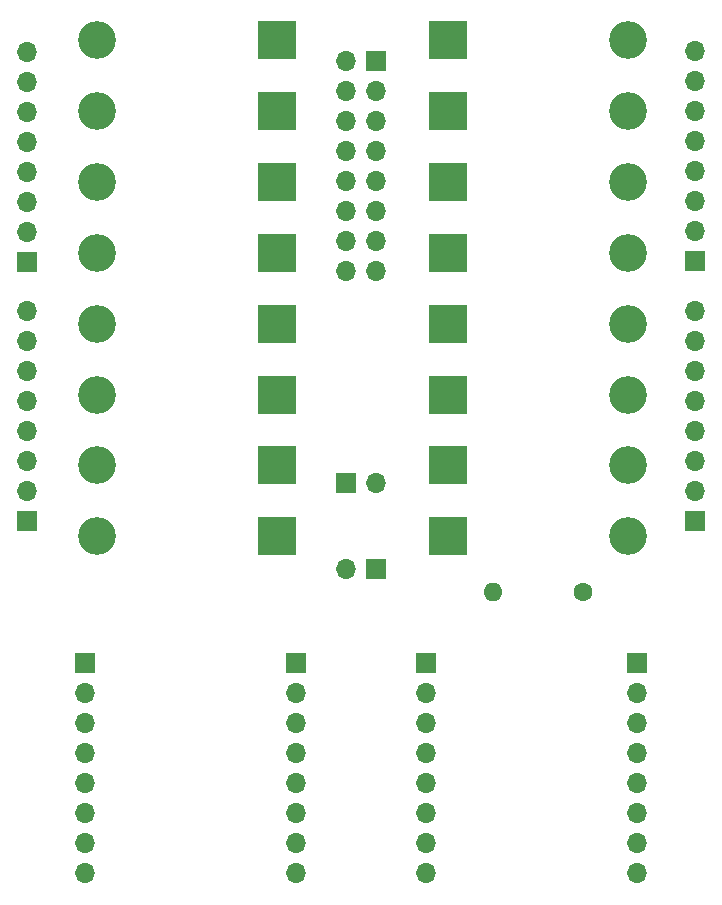
<source format=gbr>
%TF.GenerationSoftware,KiCad,Pcbnew,8.0.7*%
%TF.CreationDate,2025-01-09T07:47:35+08:00*%
%TF.ProjectId,V2.5 Mechanical Seven Segment Digit,56322e35-204d-4656-9368-616e6963616c,rev?*%
%TF.SameCoordinates,Original*%
%TF.FileFunction,Soldermask,Bot*%
%TF.FilePolarity,Negative*%
%FSLAX46Y46*%
G04 Gerber Fmt 4.6, Leading zero omitted, Abs format (unit mm)*
G04 Created by KiCad (PCBNEW 8.0.7) date 2025-01-09 07:47:35*
%MOMM*%
%LPD*%
G01*
G04 APERTURE LIST*
%ADD10R,1.700000X1.700000*%
%ADD11O,1.700000X1.700000*%
%ADD12R,3.200000X3.200000*%
%ADD13O,3.200000X3.200000*%
%ADD14C,1.600000*%
%ADD15O,1.600000X1.600000*%
G04 APERTURE END LIST*
D10*
%TO.C,J9*%
X147500000Y-122250000D03*
D11*
X147500000Y-124790000D03*
X147500000Y-127330000D03*
X147500000Y-129870000D03*
X147500000Y-132410000D03*
X147500000Y-134950000D03*
X147500000Y-137490000D03*
X147500000Y-140030000D03*
%TD*%
D12*
%TO.C,D5*%
X134870000Y-99500000D03*
D13*
X119630000Y-99500000D03*
%TD*%
D10*
%TO.C,J12*%
X143250000Y-71220000D03*
D11*
X140710000Y-71220000D03*
X143250000Y-73760000D03*
X140710000Y-73760000D03*
X143250000Y-76300000D03*
X140710000Y-76300000D03*
X143250000Y-78840000D03*
X140710000Y-78840000D03*
X143250000Y-81380000D03*
X140710000Y-81380000D03*
X143250000Y-83920000D03*
X140710000Y-83920000D03*
X143250000Y-86460000D03*
X140710000Y-86460000D03*
X143250000Y-89000000D03*
X140710000Y-89000000D03*
%TD*%
D12*
%TO.C,D2*%
X149380000Y-111500000D03*
D13*
X164620000Y-111500000D03*
%TD*%
D12*
%TO.C,D12*%
X149380000Y-81500000D03*
D13*
X164620000Y-81500000D03*
%TD*%
D12*
%TO.C,D3*%
X134870000Y-105500000D03*
D13*
X119630000Y-105500000D03*
%TD*%
D12*
%TO.C,D8*%
X149380000Y-93500000D03*
D13*
X164620000Y-93500000D03*
%TD*%
D12*
%TO.C,D7*%
X134870000Y-93500000D03*
D13*
X119630000Y-93500000D03*
%TD*%
D12*
%TO.C,D6*%
X149380000Y-99500000D03*
D13*
X164620000Y-99500000D03*
%TD*%
D10*
%TO.C,J3*%
X143250000Y-114275000D03*
D11*
X140710000Y-114275000D03*
%TD*%
D10*
%TO.C,J10*%
X136500000Y-122260000D03*
D11*
X136500000Y-124800000D03*
X136500000Y-127340000D03*
X136500000Y-129880000D03*
X136500000Y-132420000D03*
X136500000Y-134960000D03*
X136500000Y-137500000D03*
X136500000Y-140040000D03*
%TD*%
D12*
%TO.C,D14*%
X149380000Y-75500000D03*
D13*
X164620000Y-75500000D03*
%TD*%
D12*
%TO.C,D15*%
X134870000Y-69500000D03*
D13*
X119630000Y-69500000D03*
%TD*%
D14*
%TO.C,R1*%
X160810000Y-116250000D03*
D15*
X153190000Y-116250000D03*
%TD*%
D12*
%TO.C,D9*%
X134870000Y-87500000D03*
D13*
X119630000Y-87500000D03*
%TD*%
D12*
%TO.C,D11*%
X134870000Y-81500000D03*
D13*
X119630000Y-81500000D03*
%TD*%
D10*
%TO.C,J8*%
X118600000Y-122260000D03*
D11*
X118600000Y-124800000D03*
X118600000Y-127340000D03*
X118600000Y-129880000D03*
X118600000Y-132420000D03*
X118600000Y-134960000D03*
X118600000Y-137500000D03*
X118600000Y-140040000D03*
%TD*%
D12*
%TO.C,D4*%
X149380000Y-105500000D03*
D13*
X164620000Y-105500000D03*
%TD*%
D12*
%TO.C,D10*%
X149380000Y-87500000D03*
D13*
X164620000Y-87500000D03*
%TD*%
D10*
%TO.C,J11*%
X165400000Y-122250000D03*
D11*
X165400000Y-124790000D03*
X165400000Y-127330000D03*
X165400000Y-129870000D03*
X165400000Y-132410000D03*
X165400000Y-134950000D03*
X165400000Y-137490000D03*
X165400000Y-140030000D03*
%TD*%
D12*
%TO.C,D1*%
X134870000Y-111500000D03*
D13*
X119630000Y-111500000D03*
%TD*%
D12*
%TO.C,D16*%
X149380000Y-69500000D03*
D13*
X164620000Y-69500000D03*
%TD*%
D12*
%TO.C,D13*%
X134870000Y-75500000D03*
D13*
X119630000Y-75500000D03*
%TD*%
D10*
%TO.C,J6*%
X170250000Y-88230000D03*
D11*
X170250000Y-85690000D03*
X170250000Y-83150000D03*
X170250000Y-80610000D03*
X170250000Y-78070000D03*
X170250000Y-75530000D03*
X170250000Y-72990000D03*
X170250000Y-70450000D03*
%TD*%
D10*
%TO.C,J5*%
X140710000Y-107025000D03*
D11*
X143250000Y-107025000D03*
%TD*%
D10*
%TO.C,J2*%
X113750000Y-110200000D03*
D11*
X113750000Y-107660000D03*
X113750000Y-105120000D03*
X113750000Y-102580000D03*
X113750000Y-100040000D03*
X113750000Y-97500000D03*
X113750000Y-94960000D03*
X113750000Y-92420000D03*
%TD*%
D10*
%TO.C,J1*%
X113750000Y-88240000D03*
D11*
X113750000Y-85700000D03*
X113750000Y-83160000D03*
X113750000Y-80620000D03*
X113750000Y-78080000D03*
X113750000Y-75540000D03*
X113750000Y-73000000D03*
X113750000Y-70460000D03*
%TD*%
D10*
%TO.C,J7*%
X170250000Y-110200000D03*
D11*
X170250000Y-107660000D03*
X170250000Y-105120000D03*
X170250000Y-102580000D03*
X170250000Y-100040000D03*
X170250000Y-97500000D03*
X170250000Y-94960000D03*
X170250000Y-92420000D03*
%TD*%
M02*

</source>
